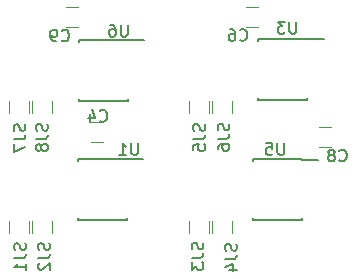
<source format=gbr>
G04 #@! TF.FileFunction,Legend,Bot*
%FSLAX46Y46*%
G04 Gerber Fmt 4.6, Leading zero omitted, Abs format (unit mm)*
G04 Created by KiCad (PCBNEW 4.0.7-e2-6376~58~ubuntu16.04.1) date Mon Nov 20 20:41:21 2017*
%MOMM*%
%LPD*%
G01*
G04 APERTURE LIST*
%ADD10C,0.100000*%
%ADD11C,0.120000*%
%ADD12C,0.150000*%
G04 APERTURE END LIST*
D10*
D11*
X208008600Y-90588200D02*
X209008600Y-90588200D01*
X209008600Y-88888200D02*
X208008600Y-88888200D01*
X221115000Y-80860000D02*
X222115000Y-80860000D01*
X222115000Y-79160000D02*
X221115000Y-79160000D01*
X227338000Y-91020000D02*
X228338000Y-91020000D01*
X228338000Y-89320000D02*
X227338000Y-89320000D01*
X205875000Y-80860000D02*
X206875000Y-80860000D01*
X206875000Y-79160000D02*
X205875000Y-79160000D01*
X202780000Y-98290000D02*
X202780000Y-97290000D01*
X201080000Y-97290000D02*
X201080000Y-98290000D01*
X204685000Y-98290000D02*
X204685000Y-97290000D01*
X202985000Y-97290000D02*
X202985000Y-98290000D01*
X218020000Y-98290000D02*
X218020000Y-97290000D01*
X216320000Y-97290000D02*
X216320000Y-98290000D01*
X219925000Y-98290000D02*
X219925000Y-97290000D01*
X218225000Y-97290000D02*
X218225000Y-98290000D01*
X218020000Y-88130000D02*
X218020000Y-87130000D01*
X216320000Y-87130000D02*
X216320000Y-88130000D01*
X219925000Y-88130000D02*
X219925000Y-87130000D01*
X218225000Y-87130000D02*
X218225000Y-88130000D01*
X202780000Y-88130000D02*
X202780000Y-87130000D01*
X201080000Y-87130000D02*
X201080000Y-88130000D01*
X204685000Y-88130000D02*
X204685000Y-87130000D01*
X202985000Y-87130000D02*
X202985000Y-88130000D01*
D12*
X211015400Y-91989200D02*
X211015400Y-92039200D01*
X206865400Y-91989200D02*
X206865400Y-92134200D01*
X206865400Y-97139200D02*
X206865400Y-96994200D01*
X211015400Y-97139200D02*
X211015400Y-96994200D01*
X211015400Y-91989200D02*
X206865400Y-91989200D01*
X211015400Y-97139200D02*
X206865400Y-97139200D01*
X211015400Y-92039200D02*
X212415400Y-92039200D01*
X226331600Y-81829200D02*
X226331600Y-81879200D01*
X222181600Y-81829200D02*
X222181600Y-81974200D01*
X222181600Y-86979200D02*
X222181600Y-86834200D01*
X226331600Y-86979200D02*
X226331600Y-86834200D01*
X226331600Y-81829200D02*
X222181600Y-81829200D01*
X226331600Y-86979200D02*
X222181600Y-86979200D01*
X226331600Y-81879200D02*
X227731600Y-81879200D01*
X225849000Y-92014600D02*
X225849000Y-92064600D01*
X221699000Y-92014600D02*
X221699000Y-92159600D01*
X221699000Y-97164600D02*
X221699000Y-97019600D01*
X225849000Y-97164600D02*
X225849000Y-97019600D01*
X225849000Y-92014600D02*
X221699000Y-92014600D01*
X225849000Y-97164600D02*
X221699000Y-97164600D01*
X225849000Y-92064600D02*
X227249000Y-92064600D01*
X211117000Y-81905400D02*
X211117000Y-81955400D01*
X206967000Y-81905400D02*
X206967000Y-82050400D01*
X206967000Y-87055400D02*
X206967000Y-86910400D01*
X211117000Y-87055400D02*
X211117000Y-86910400D01*
X211117000Y-81905400D02*
X206967000Y-81905400D01*
X211117000Y-87055400D02*
X206967000Y-87055400D01*
X211117000Y-81955400D02*
X212517000Y-81955400D01*
X208751466Y-88749143D02*
X208799085Y-88796762D01*
X208941942Y-88844381D01*
X209037180Y-88844381D01*
X209180038Y-88796762D01*
X209275276Y-88701524D01*
X209322895Y-88606286D01*
X209370514Y-88415810D01*
X209370514Y-88272952D01*
X209322895Y-88082476D01*
X209275276Y-87987238D01*
X209180038Y-87892000D01*
X209037180Y-87844381D01*
X208941942Y-87844381D01*
X208799085Y-87892000D01*
X208751466Y-87939619D01*
X207894323Y-88177714D02*
X207894323Y-88844381D01*
X208132419Y-87796762D02*
X208370514Y-88511048D01*
X207751466Y-88511048D01*
X220613266Y-81916543D02*
X220660885Y-81964162D01*
X220803742Y-82011781D01*
X220898980Y-82011781D01*
X221041838Y-81964162D01*
X221137076Y-81868924D01*
X221184695Y-81773686D01*
X221232314Y-81583210D01*
X221232314Y-81440352D01*
X221184695Y-81249876D01*
X221137076Y-81154638D01*
X221041838Y-81059400D01*
X220898980Y-81011781D01*
X220803742Y-81011781D01*
X220660885Y-81059400D01*
X220613266Y-81107019D01*
X219756123Y-81011781D02*
X219946600Y-81011781D01*
X220041838Y-81059400D01*
X220089457Y-81107019D01*
X220184695Y-81249876D01*
X220232314Y-81440352D01*
X220232314Y-81821305D01*
X220184695Y-81916543D01*
X220137076Y-81964162D01*
X220041838Y-82011781D01*
X219851361Y-82011781D01*
X219756123Y-81964162D01*
X219708504Y-81916543D01*
X219660885Y-81821305D01*
X219660885Y-81583210D01*
X219708504Y-81487971D01*
X219756123Y-81440352D01*
X219851361Y-81392733D01*
X220041838Y-81392733D01*
X220137076Y-81440352D01*
X220184695Y-81487971D01*
X220232314Y-81583210D01*
X229020666Y-92101943D02*
X229068285Y-92149562D01*
X229211142Y-92197181D01*
X229306380Y-92197181D01*
X229449238Y-92149562D01*
X229544476Y-92054324D01*
X229592095Y-91959086D01*
X229639714Y-91768610D01*
X229639714Y-91625752D01*
X229592095Y-91435276D01*
X229544476Y-91340038D01*
X229449238Y-91244800D01*
X229306380Y-91197181D01*
X229211142Y-91197181D01*
X229068285Y-91244800D01*
X229020666Y-91292419D01*
X228449238Y-91625752D02*
X228544476Y-91578133D01*
X228592095Y-91530514D01*
X228639714Y-91435276D01*
X228639714Y-91387657D01*
X228592095Y-91292419D01*
X228544476Y-91244800D01*
X228449238Y-91197181D01*
X228258761Y-91197181D01*
X228163523Y-91244800D01*
X228115904Y-91292419D01*
X228068285Y-91387657D01*
X228068285Y-91435276D01*
X228115904Y-91530514D01*
X228163523Y-91578133D01*
X228258761Y-91625752D01*
X228449238Y-91625752D01*
X228544476Y-91673371D01*
X228592095Y-91720990D01*
X228639714Y-91816229D01*
X228639714Y-92006705D01*
X228592095Y-92101943D01*
X228544476Y-92149562D01*
X228449238Y-92197181D01*
X228258761Y-92197181D01*
X228163523Y-92149562D01*
X228115904Y-92101943D01*
X228068285Y-92006705D01*
X228068285Y-91816229D01*
X228115904Y-91720990D01*
X228163523Y-91673371D01*
X228258761Y-91625752D01*
X205525666Y-81941943D02*
X205573285Y-81989562D01*
X205716142Y-82037181D01*
X205811380Y-82037181D01*
X205954238Y-81989562D01*
X206049476Y-81894324D01*
X206097095Y-81799086D01*
X206144714Y-81608610D01*
X206144714Y-81465752D01*
X206097095Y-81275276D01*
X206049476Y-81180038D01*
X205954238Y-81084800D01*
X205811380Y-81037181D01*
X205716142Y-81037181D01*
X205573285Y-81084800D01*
X205525666Y-81132419D01*
X205049476Y-82037181D02*
X204859000Y-82037181D01*
X204763761Y-81989562D01*
X204716142Y-81941943D01*
X204620904Y-81799086D01*
X204573285Y-81608610D01*
X204573285Y-81227657D01*
X204620904Y-81132419D01*
X204668523Y-81084800D01*
X204763761Y-81037181D01*
X204954238Y-81037181D01*
X205049476Y-81084800D01*
X205097095Y-81132419D01*
X205144714Y-81227657D01*
X205144714Y-81465752D01*
X205097095Y-81560990D01*
X205049476Y-81608610D01*
X204954238Y-81656229D01*
X204763761Y-81656229D01*
X204668523Y-81608610D01*
X204620904Y-81560990D01*
X204573285Y-81465752D01*
X202436362Y-99136343D02*
X202483981Y-99279200D01*
X202483981Y-99517296D01*
X202436362Y-99612534D01*
X202388743Y-99660153D01*
X202293505Y-99707772D01*
X202198267Y-99707772D01*
X202103029Y-99660153D01*
X202055410Y-99612534D01*
X202007790Y-99517296D01*
X201960171Y-99326819D01*
X201912552Y-99231581D01*
X201864933Y-99183962D01*
X201769695Y-99136343D01*
X201674457Y-99136343D01*
X201579219Y-99183962D01*
X201531600Y-99231581D01*
X201483981Y-99326819D01*
X201483981Y-99564915D01*
X201531600Y-99707772D01*
X201483981Y-100422058D02*
X202198267Y-100422058D01*
X202341124Y-100374438D01*
X202436362Y-100279200D01*
X202483981Y-100136343D01*
X202483981Y-100041105D01*
X202483981Y-101422058D02*
X202483981Y-100850629D01*
X202483981Y-101136343D02*
X201483981Y-101136343D01*
X201626838Y-101041105D01*
X201722076Y-100945867D01*
X201769695Y-100850629D01*
X204468362Y-99110943D02*
X204515981Y-99253800D01*
X204515981Y-99491896D01*
X204468362Y-99587134D01*
X204420743Y-99634753D01*
X204325505Y-99682372D01*
X204230267Y-99682372D01*
X204135029Y-99634753D01*
X204087410Y-99587134D01*
X204039790Y-99491896D01*
X203992171Y-99301419D01*
X203944552Y-99206181D01*
X203896933Y-99158562D01*
X203801695Y-99110943D01*
X203706457Y-99110943D01*
X203611219Y-99158562D01*
X203563600Y-99206181D01*
X203515981Y-99301419D01*
X203515981Y-99539515D01*
X203563600Y-99682372D01*
X203515981Y-100396658D02*
X204230267Y-100396658D01*
X204373124Y-100349038D01*
X204468362Y-100253800D01*
X204515981Y-100110943D01*
X204515981Y-100015705D01*
X203611219Y-100825229D02*
X203563600Y-100872848D01*
X203515981Y-100968086D01*
X203515981Y-101206182D01*
X203563600Y-101301420D01*
X203611219Y-101349039D01*
X203706457Y-101396658D01*
X203801695Y-101396658D01*
X203944552Y-101349039D01*
X204515981Y-100777610D01*
X204515981Y-101396658D01*
X217473162Y-99085543D02*
X217520781Y-99228400D01*
X217520781Y-99466496D01*
X217473162Y-99561734D01*
X217425543Y-99609353D01*
X217330305Y-99656972D01*
X217235067Y-99656972D01*
X217139829Y-99609353D01*
X217092210Y-99561734D01*
X217044590Y-99466496D01*
X216996971Y-99276019D01*
X216949352Y-99180781D01*
X216901733Y-99133162D01*
X216806495Y-99085543D01*
X216711257Y-99085543D01*
X216616019Y-99133162D01*
X216568400Y-99180781D01*
X216520781Y-99276019D01*
X216520781Y-99514115D01*
X216568400Y-99656972D01*
X216520781Y-100371258D02*
X217235067Y-100371258D01*
X217377924Y-100323638D01*
X217473162Y-100228400D01*
X217520781Y-100085543D01*
X217520781Y-99990305D01*
X216520781Y-100752210D02*
X216520781Y-101371258D01*
X216901733Y-101037924D01*
X216901733Y-101180782D01*
X216949352Y-101276020D01*
X216996971Y-101323639D01*
X217092210Y-101371258D01*
X217330305Y-101371258D01*
X217425543Y-101323639D01*
X217473162Y-101276020D01*
X217520781Y-101180782D01*
X217520781Y-100895067D01*
X217473162Y-100799829D01*
X217425543Y-100752210D01*
X220317962Y-99187143D02*
X220365581Y-99330000D01*
X220365581Y-99568096D01*
X220317962Y-99663334D01*
X220270343Y-99710953D01*
X220175105Y-99758572D01*
X220079867Y-99758572D01*
X219984629Y-99710953D01*
X219937010Y-99663334D01*
X219889390Y-99568096D01*
X219841771Y-99377619D01*
X219794152Y-99282381D01*
X219746533Y-99234762D01*
X219651295Y-99187143D01*
X219556057Y-99187143D01*
X219460819Y-99234762D01*
X219413200Y-99282381D01*
X219365581Y-99377619D01*
X219365581Y-99615715D01*
X219413200Y-99758572D01*
X219365581Y-100472858D02*
X220079867Y-100472858D01*
X220222724Y-100425238D01*
X220317962Y-100330000D01*
X220365581Y-100187143D01*
X220365581Y-100091905D01*
X219698914Y-101377620D02*
X220365581Y-101377620D01*
X219317962Y-101139524D02*
X220032248Y-100901429D01*
X220032248Y-101520477D01*
X217625562Y-89027143D02*
X217673181Y-89170000D01*
X217673181Y-89408096D01*
X217625562Y-89503334D01*
X217577943Y-89550953D01*
X217482705Y-89598572D01*
X217387467Y-89598572D01*
X217292229Y-89550953D01*
X217244610Y-89503334D01*
X217196990Y-89408096D01*
X217149371Y-89217619D01*
X217101752Y-89122381D01*
X217054133Y-89074762D01*
X216958895Y-89027143D01*
X216863657Y-89027143D01*
X216768419Y-89074762D01*
X216720800Y-89122381D01*
X216673181Y-89217619D01*
X216673181Y-89455715D01*
X216720800Y-89598572D01*
X216673181Y-90312858D02*
X217387467Y-90312858D01*
X217530324Y-90265238D01*
X217625562Y-90170000D01*
X217673181Y-90027143D01*
X217673181Y-89931905D01*
X216673181Y-91265239D02*
X216673181Y-90789048D01*
X217149371Y-90741429D01*
X217101752Y-90789048D01*
X217054133Y-90884286D01*
X217054133Y-91122382D01*
X217101752Y-91217620D01*
X217149371Y-91265239D01*
X217244610Y-91312858D01*
X217482705Y-91312858D01*
X217577943Y-91265239D01*
X217625562Y-91217620D01*
X217673181Y-91122382D01*
X217673181Y-90884286D01*
X217625562Y-90789048D01*
X217577943Y-90741429D01*
X219682962Y-89001743D02*
X219730581Y-89144600D01*
X219730581Y-89382696D01*
X219682962Y-89477934D01*
X219635343Y-89525553D01*
X219540105Y-89573172D01*
X219444867Y-89573172D01*
X219349629Y-89525553D01*
X219302010Y-89477934D01*
X219254390Y-89382696D01*
X219206771Y-89192219D01*
X219159152Y-89096981D01*
X219111533Y-89049362D01*
X219016295Y-89001743D01*
X218921057Y-89001743D01*
X218825819Y-89049362D01*
X218778200Y-89096981D01*
X218730581Y-89192219D01*
X218730581Y-89430315D01*
X218778200Y-89573172D01*
X218730581Y-90287458D02*
X219444867Y-90287458D01*
X219587724Y-90239838D01*
X219682962Y-90144600D01*
X219730581Y-90001743D01*
X219730581Y-89906505D01*
X218730581Y-91192220D02*
X218730581Y-91001743D01*
X218778200Y-90906505D01*
X218825819Y-90858886D01*
X218968676Y-90763648D01*
X219159152Y-90716029D01*
X219540105Y-90716029D01*
X219635343Y-90763648D01*
X219682962Y-90811267D01*
X219730581Y-90906505D01*
X219730581Y-91096982D01*
X219682962Y-91192220D01*
X219635343Y-91239839D01*
X219540105Y-91287458D01*
X219302010Y-91287458D01*
X219206771Y-91239839D01*
X219159152Y-91192220D01*
X219111533Y-91096982D01*
X219111533Y-90906505D01*
X219159152Y-90811267D01*
X219206771Y-90763648D01*
X219302010Y-90716029D01*
X202410962Y-89052543D02*
X202458581Y-89195400D01*
X202458581Y-89433496D01*
X202410962Y-89528734D01*
X202363343Y-89576353D01*
X202268105Y-89623972D01*
X202172867Y-89623972D01*
X202077629Y-89576353D01*
X202030010Y-89528734D01*
X201982390Y-89433496D01*
X201934771Y-89243019D01*
X201887152Y-89147781D01*
X201839533Y-89100162D01*
X201744295Y-89052543D01*
X201649057Y-89052543D01*
X201553819Y-89100162D01*
X201506200Y-89147781D01*
X201458581Y-89243019D01*
X201458581Y-89481115D01*
X201506200Y-89623972D01*
X201458581Y-90338258D02*
X202172867Y-90338258D01*
X202315724Y-90290638D01*
X202410962Y-90195400D01*
X202458581Y-90052543D01*
X202458581Y-89957305D01*
X201458581Y-90719210D02*
X201458581Y-91385877D01*
X202458581Y-90957305D01*
X204315962Y-89027143D02*
X204363581Y-89170000D01*
X204363581Y-89408096D01*
X204315962Y-89503334D01*
X204268343Y-89550953D01*
X204173105Y-89598572D01*
X204077867Y-89598572D01*
X203982629Y-89550953D01*
X203935010Y-89503334D01*
X203887390Y-89408096D01*
X203839771Y-89217619D01*
X203792152Y-89122381D01*
X203744533Y-89074762D01*
X203649295Y-89027143D01*
X203554057Y-89027143D01*
X203458819Y-89074762D01*
X203411200Y-89122381D01*
X203363581Y-89217619D01*
X203363581Y-89455715D01*
X203411200Y-89598572D01*
X203363581Y-90312858D02*
X204077867Y-90312858D01*
X204220724Y-90265238D01*
X204315962Y-90170000D01*
X204363581Y-90027143D01*
X204363581Y-89931905D01*
X203792152Y-90931905D02*
X203744533Y-90836667D01*
X203696914Y-90789048D01*
X203601676Y-90741429D01*
X203554057Y-90741429D01*
X203458819Y-90789048D01*
X203411200Y-90836667D01*
X203363581Y-90931905D01*
X203363581Y-91122382D01*
X203411200Y-91217620D01*
X203458819Y-91265239D01*
X203554057Y-91312858D01*
X203601676Y-91312858D01*
X203696914Y-91265239D01*
X203744533Y-91217620D01*
X203792152Y-91122382D01*
X203792152Y-90931905D01*
X203839771Y-90836667D01*
X203887390Y-90789048D01*
X203982629Y-90741429D01*
X204173105Y-90741429D01*
X204268343Y-90789048D01*
X204315962Y-90836667D01*
X204363581Y-90931905D01*
X204363581Y-91122382D01*
X204315962Y-91217620D01*
X204268343Y-91265239D01*
X204173105Y-91312858D01*
X203982629Y-91312858D01*
X203887390Y-91265239D01*
X203839771Y-91217620D01*
X203792152Y-91122382D01*
X211988305Y-90663781D02*
X211988305Y-91473305D01*
X211940686Y-91568543D01*
X211893067Y-91616162D01*
X211797829Y-91663781D01*
X211607352Y-91663781D01*
X211512114Y-91616162D01*
X211464495Y-91568543D01*
X211416876Y-91473305D01*
X211416876Y-90663781D01*
X210416876Y-91663781D02*
X210988305Y-91663781D01*
X210702591Y-91663781D02*
X210702591Y-90663781D01*
X210797829Y-90806638D01*
X210893067Y-90901876D01*
X210988305Y-90949495D01*
X225374105Y-80376781D02*
X225374105Y-81186305D01*
X225326486Y-81281543D01*
X225278867Y-81329162D01*
X225183629Y-81376781D01*
X224993152Y-81376781D01*
X224897914Y-81329162D01*
X224850295Y-81281543D01*
X224802676Y-81186305D01*
X224802676Y-80376781D01*
X224421724Y-80376781D02*
X223802676Y-80376781D01*
X224136010Y-80757733D01*
X223993152Y-80757733D01*
X223897914Y-80805352D01*
X223850295Y-80852971D01*
X223802676Y-80948210D01*
X223802676Y-81186305D01*
X223850295Y-81281543D01*
X223897914Y-81329162D01*
X223993152Y-81376781D01*
X224278867Y-81376781D01*
X224374105Y-81329162D01*
X224421724Y-81281543D01*
X224358105Y-90638381D02*
X224358105Y-91447905D01*
X224310486Y-91543143D01*
X224262867Y-91590762D01*
X224167629Y-91638381D01*
X223977152Y-91638381D01*
X223881914Y-91590762D01*
X223834295Y-91543143D01*
X223786676Y-91447905D01*
X223786676Y-90638381D01*
X222834295Y-90638381D02*
X223310486Y-90638381D01*
X223358105Y-91114571D01*
X223310486Y-91066952D01*
X223215248Y-91019333D01*
X222977152Y-91019333D01*
X222881914Y-91066952D01*
X222834295Y-91114571D01*
X222786676Y-91209810D01*
X222786676Y-91447905D01*
X222834295Y-91543143D01*
X222881914Y-91590762D01*
X222977152Y-91638381D01*
X223215248Y-91638381D01*
X223310486Y-91590762D01*
X223358105Y-91543143D01*
X211099305Y-80630781D02*
X211099305Y-81440305D01*
X211051686Y-81535543D01*
X211004067Y-81583162D01*
X210908829Y-81630781D01*
X210718352Y-81630781D01*
X210623114Y-81583162D01*
X210575495Y-81535543D01*
X210527876Y-81440305D01*
X210527876Y-80630781D01*
X209623114Y-80630781D02*
X209813591Y-80630781D01*
X209908829Y-80678400D01*
X209956448Y-80726019D01*
X210051686Y-80868876D01*
X210099305Y-81059352D01*
X210099305Y-81440305D01*
X210051686Y-81535543D01*
X210004067Y-81583162D01*
X209908829Y-81630781D01*
X209718352Y-81630781D01*
X209623114Y-81583162D01*
X209575495Y-81535543D01*
X209527876Y-81440305D01*
X209527876Y-81202210D01*
X209575495Y-81106971D01*
X209623114Y-81059352D01*
X209718352Y-81011733D01*
X209908829Y-81011733D01*
X210004067Y-81059352D01*
X210051686Y-81106971D01*
X210099305Y-81202210D01*
M02*

</source>
